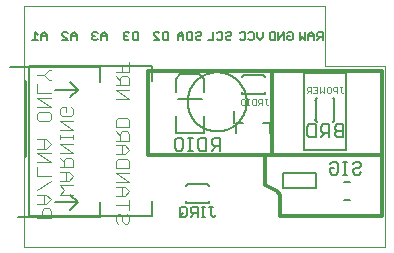
<source format=gbo>
G75*
%MOIN*%
%OFA0B0*%
%FSLAX25Y25*%
%IPPOS*%
%LPD*%
%AMOC8*
5,1,8,0,0,1.08239X$1,22.5*
%
%ADD10C,0.00000*%
%ADD11C,0.00500*%
%ADD12C,0.01200*%
%ADD13C,0.00800*%
%ADD14C,0.00400*%
%ADD15C,0.00600*%
%ADD16C,0.01000*%
D10*
X0030829Y0002606D02*
X0151329Y0002606D01*
X0151329Y0062811D01*
X0131250Y0062850D01*
X0131211Y0062889D01*
X0131211Y0072811D01*
X0131250Y0082850D01*
X0030829Y0082850D01*
X0030829Y0002606D01*
D11*
X0028829Y0012507D02*
X0056329Y0012507D01*
X0056329Y0017507D01*
X0048829Y0017507D02*
X0046329Y0015007D01*
X0048829Y0017507D02*
X0046329Y0020007D01*
X0048829Y0017507D02*
X0041329Y0017507D01*
X0032500Y0012850D02*
X0032500Y0062850D01*
X0073750Y0062850D01*
X0073750Y0057850D01*
X0082250Y0051850D02*
X0090250Y0051850D01*
X0103506Y0054156D02*
X0103519Y0054104D01*
X0103535Y0054053D01*
X0103555Y0054003D01*
X0103579Y0053955D01*
X0103606Y0053909D01*
X0103636Y0053865D01*
X0103669Y0053823D01*
X0103705Y0053783D01*
X0103744Y0053746D01*
X0103785Y0053712D01*
X0103829Y0053682D01*
X0103875Y0053654D01*
X0103923Y0053629D01*
X0103972Y0053609D01*
X0104023Y0053591D01*
X0104074Y0053578D01*
X0104127Y0053568D01*
X0104180Y0053561D01*
X0104234Y0053559D01*
X0104287Y0053560D01*
X0104340Y0053566D01*
X0104393Y0053575D01*
X0110693Y0053575D01*
X0110740Y0053573D01*
X0110788Y0053574D01*
X0110835Y0053579D01*
X0110882Y0053588D01*
X0110928Y0053600D01*
X0110973Y0053615D01*
X0111017Y0053634D01*
X0111059Y0053655D01*
X0111100Y0053680D01*
X0111138Y0053708D01*
X0111174Y0053739D01*
X0111208Y0053772D01*
X0111240Y0053808D01*
X0111268Y0053846D01*
X0111294Y0053886D01*
X0111317Y0053928D01*
X0111336Y0053971D01*
X0111352Y0054016D01*
X0111365Y0054062D01*
X0111374Y0054109D01*
X0111380Y0054156D01*
X0111380Y0059268D02*
X0111371Y0059319D01*
X0111357Y0059369D01*
X0111340Y0059418D01*
X0111319Y0059465D01*
X0111295Y0059511D01*
X0111268Y0059555D01*
X0111237Y0059596D01*
X0111203Y0059636D01*
X0111167Y0059672D01*
X0111127Y0059706D01*
X0111086Y0059737D01*
X0111042Y0059764D01*
X0110996Y0059788D01*
X0110949Y0059809D01*
X0110900Y0059826D01*
X0110850Y0059840D01*
X0110799Y0059849D01*
X0110748Y0059855D01*
X0110696Y0059857D01*
X0110644Y0059855D01*
X0110593Y0059849D01*
X0104293Y0059849D01*
X0104242Y0059855D01*
X0104190Y0059857D01*
X0104138Y0059855D01*
X0104087Y0059849D01*
X0104036Y0059840D01*
X0103986Y0059826D01*
X0103937Y0059809D01*
X0103890Y0059788D01*
X0103844Y0059764D01*
X0103800Y0059737D01*
X0103759Y0059706D01*
X0103719Y0059672D01*
X0103683Y0059636D01*
X0103649Y0059596D01*
X0103618Y0059555D01*
X0103591Y0059511D01*
X0103567Y0059465D01*
X0103546Y0059418D01*
X0103529Y0059369D01*
X0103515Y0059319D01*
X0103506Y0059268D01*
X0103256Y0071600D02*
X0102805Y0072050D01*
X0103256Y0071600D02*
X0104157Y0071600D01*
X0104607Y0072050D01*
X0104607Y0073852D01*
X0104157Y0074302D01*
X0103256Y0074302D01*
X0102805Y0073852D01*
X0100000Y0073852D02*
X0100000Y0073402D01*
X0099550Y0072951D01*
X0098649Y0072951D01*
X0098198Y0072501D01*
X0098198Y0072050D01*
X0098649Y0071600D01*
X0099550Y0071600D01*
X0100000Y0072050D01*
X0097053Y0072050D02*
X0096603Y0071600D01*
X0095702Y0071600D01*
X0095252Y0072050D01*
X0094107Y0071600D02*
X0092305Y0071600D01*
X0094107Y0071600D02*
X0094107Y0074302D01*
X0095252Y0073852D02*
X0095702Y0074302D01*
X0096603Y0074302D01*
X0097053Y0073852D01*
X0097053Y0072050D01*
X0098198Y0073852D02*
X0098649Y0074302D01*
X0099550Y0074302D01*
X0100000Y0073852D01*
X0105752Y0073852D02*
X0106202Y0074302D01*
X0107103Y0074302D01*
X0107553Y0073852D01*
X0107553Y0072050D01*
X0107103Y0071600D01*
X0106202Y0071600D01*
X0105752Y0072050D01*
X0108698Y0072501D02*
X0108698Y0074302D01*
X0108698Y0072501D02*
X0109599Y0071600D01*
X0110500Y0072501D01*
X0110500Y0074302D01*
X0112805Y0073852D02*
X0113256Y0074302D01*
X0114607Y0074302D01*
X0114607Y0071600D01*
X0113256Y0071600D01*
X0112805Y0072050D01*
X0112805Y0073852D01*
X0115752Y0074302D02*
X0115752Y0071600D01*
X0117553Y0074302D01*
X0117553Y0071600D01*
X0118698Y0072050D02*
X0118698Y0072951D01*
X0119599Y0072951D01*
X0118698Y0072050D02*
X0119149Y0071600D01*
X0120050Y0071600D01*
X0120500Y0072050D01*
X0120500Y0073852D01*
X0120050Y0074302D01*
X0119149Y0074302D01*
X0118698Y0073852D01*
X0122805Y0074302D02*
X0122805Y0071600D01*
X0123706Y0072501D01*
X0124607Y0071600D01*
X0124607Y0074302D01*
X0125752Y0073402D02*
X0125752Y0071600D01*
X0125752Y0072951D02*
X0127553Y0072951D01*
X0127553Y0073402D02*
X0126653Y0074302D01*
X0125752Y0073402D01*
X0127553Y0073402D02*
X0127553Y0071600D01*
X0128698Y0071600D02*
X0129599Y0072501D01*
X0129149Y0072501D02*
X0130500Y0072501D01*
X0130500Y0071600D02*
X0130500Y0074302D01*
X0129149Y0074302D01*
X0128698Y0073852D01*
X0128698Y0072951D01*
X0129149Y0072501D01*
X0128694Y0052287D02*
X0128643Y0052278D01*
X0128593Y0052264D01*
X0128544Y0052247D01*
X0128497Y0052226D01*
X0128451Y0052202D01*
X0128407Y0052175D01*
X0128366Y0052144D01*
X0128326Y0052110D01*
X0128290Y0052074D01*
X0128256Y0052034D01*
X0128225Y0051993D01*
X0128198Y0051949D01*
X0128174Y0051903D01*
X0128153Y0051856D01*
X0128136Y0051807D01*
X0128122Y0051757D01*
X0128113Y0051706D01*
X0128107Y0051655D01*
X0128105Y0051603D01*
X0128107Y0051551D01*
X0128113Y0051500D01*
X0128113Y0045200D01*
X0128107Y0045149D01*
X0128105Y0045097D01*
X0128107Y0045045D01*
X0128113Y0044994D01*
X0128122Y0044943D01*
X0128136Y0044893D01*
X0128153Y0044844D01*
X0128174Y0044797D01*
X0128198Y0044751D01*
X0128225Y0044707D01*
X0128256Y0044666D01*
X0128290Y0044626D01*
X0128326Y0044590D01*
X0128366Y0044556D01*
X0128407Y0044525D01*
X0128451Y0044498D01*
X0128497Y0044474D01*
X0128544Y0044453D01*
X0128593Y0044436D01*
X0128643Y0044422D01*
X0128694Y0044413D01*
X0133806Y0044413D02*
X0133858Y0044426D01*
X0133909Y0044442D01*
X0133959Y0044462D01*
X0134007Y0044486D01*
X0134053Y0044513D01*
X0134097Y0044543D01*
X0134139Y0044576D01*
X0134179Y0044612D01*
X0134216Y0044651D01*
X0134250Y0044692D01*
X0134280Y0044736D01*
X0134308Y0044782D01*
X0134333Y0044830D01*
X0134353Y0044879D01*
X0134371Y0044930D01*
X0134384Y0044981D01*
X0134394Y0045034D01*
X0134401Y0045087D01*
X0134403Y0045141D01*
X0134402Y0045194D01*
X0134396Y0045247D01*
X0134387Y0045300D01*
X0134387Y0051600D01*
X0134389Y0051647D01*
X0134388Y0051695D01*
X0134383Y0051742D01*
X0134374Y0051789D01*
X0134362Y0051835D01*
X0134347Y0051880D01*
X0134328Y0051924D01*
X0134307Y0051966D01*
X0134282Y0052007D01*
X0134254Y0052045D01*
X0134223Y0052081D01*
X0134190Y0052115D01*
X0134154Y0052147D01*
X0134116Y0052175D01*
X0134076Y0052201D01*
X0134034Y0052224D01*
X0133991Y0052243D01*
X0133946Y0052259D01*
X0133900Y0052272D01*
X0133853Y0052281D01*
X0133806Y0052287D01*
X0137750Y0024350D02*
X0139750Y0024350D01*
X0139750Y0018350D02*
X0137750Y0018350D01*
X0092687Y0017794D02*
X0092678Y0017743D01*
X0092664Y0017693D01*
X0092647Y0017644D01*
X0092626Y0017597D01*
X0092602Y0017551D01*
X0092575Y0017507D01*
X0092544Y0017466D01*
X0092510Y0017426D01*
X0092474Y0017390D01*
X0092434Y0017356D01*
X0092393Y0017325D01*
X0092349Y0017298D01*
X0092303Y0017274D01*
X0092256Y0017253D01*
X0092207Y0017236D01*
X0092157Y0017222D01*
X0092106Y0017213D01*
X0092055Y0017207D01*
X0092003Y0017205D01*
X0091951Y0017207D01*
X0091900Y0017213D01*
X0085600Y0017213D01*
X0085549Y0017207D01*
X0085497Y0017205D01*
X0085445Y0017207D01*
X0085394Y0017213D01*
X0085343Y0017222D01*
X0085293Y0017236D01*
X0085244Y0017253D01*
X0085197Y0017274D01*
X0085151Y0017298D01*
X0085107Y0017325D01*
X0085066Y0017356D01*
X0085026Y0017390D01*
X0084990Y0017426D01*
X0084956Y0017466D01*
X0084925Y0017507D01*
X0084898Y0017551D01*
X0084874Y0017597D01*
X0084853Y0017644D01*
X0084836Y0017693D01*
X0084822Y0017743D01*
X0084813Y0017794D01*
X0084813Y0022906D02*
X0084819Y0022953D01*
X0084828Y0023000D01*
X0084841Y0023046D01*
X0084857Y0023091D01*
X0084876Y0023134D01*
X0084899Y0023176D01*
X0084925Y0023216D01*
X0084953Y0023254D01*
X0084985Y0023290D01*
X0085019Y0023323D01*
X0085055Y0023354D01*
X0085093Y0023382D01*
X0085134Y0023407D01*
X0085176Y0023428D01*
X0085220Y0023447D01*
X0085265Y0023462D01*
X0085311Y0023474D01*
X0085358Y0023483D01*
X0085405Y0023488D01*
X0085453Y0023489D01*
X0085500Y0023487D01*
X0091800Y0023487D01*
X0091853Y0023496D01*
X0091906Y0023502D01*
X0091959Y0023503D01*
X0092013Y0023501D01*
X0092066Y0023494D01*
X0092119Y0023484D01*
X0092170Y0023471D01*
X0092221Y0023453D01*
X0092270Y0023433D01*
X0092318Y0023408D01*
X0092364Y0023380D01*
X0092408Y0023350D01*
X0092449Y0023316D01*
X0092488Y0023279D01*
X0092524Y0023239D01*
X0092557Y0023197D01*
X0092587Y0023153D01*
X0092614Y0023107D01*
X0092638Y0023059D01*
X0092658Y0023009D01*
X0092674Y0022958D01*
X0092687Y0022906D01*
X0073750Y0017850D02*
X0073750Y0012850D01*
X0032500Y0012850D01*
X0046329Y0052507D02*
X0048829Y0055007D01*
X0046329Y0057507D01*
X0048829Y0055007D02*
X0041329Y0055007D01*
X0056329Y0057507D02*
X0056329Y0062507D01*
X0026329Y0062507D01*
X0033752Y0071600D02*
X0035553Y0071600D01*
X0034653Y0071600D02*
X0034653Y0074302D01*
X0035553Y0073402D01*
X0036698Y0073402D02*
X0036698Y0071600D01*
X0036698Y0072951D02*
X0038500Y0072951D01*
X0038500Y0073402D02*
X0037599Y0074302D01*
X0036698Y0073402D01*
X0038500Y0073402D02*
X0038500Y0071600D01*
X0043752Y0071600D02*
X0045553Y0071600D01*
X0043752Y0073402D01*
X0043752Y0073852D01*
X0044202Y0074302D01*
X0045103Y0074302D01*
X0045553Y0073852D01*
X0046698Y0073402D02*
X0046698Y0071600D01*
X0046698Y0072951D02*
X0048500Y0072951D01*
X0048500Y0073402D02*
X0047599Y0074302D01*
X0046698Y0073402D01*
X0048500Y0073402D02*
X0048500Y0071600D01*
X0053752Y0072050D02*
X0054202Y0071600D01*
X0055103Y0071600D01*
X0055553Y0072050D01*
X0056698Y0071600D02*
X0056698Y0073402D01*
X0057599Y0074302D01*
X0058500Y0073402D01*
X0058500Y0071600D01*
X0058500Y0072951D02*
X0056698Y0072951D01*
X0055553Y0073852D02*
X0055103Y0074302D01*
X0054202Y0074302D01*
X0053752Y0073852D01*
X0053752Y0073402D01*
X0054202Y0072951D01*
X0053752Y0072501D01*
X0053752Y0072050D01*
X0054202Y0072951D02*
X0054653Y0072951D01*
X0064252Y0072501D02*
X0064252Y0072050D01*
X0064702Y0071600D01*
X0065603Y0071600D01*
X0066053Y0072050D01*
X0067198Y0072050D02*
X0067198Y0073852D01*
X0067649Y0074302D01*
X0069000Y0074302D01*
X0069000Y0071600D01*
X0067649Y0071600D01*
X0067198Y0072050D01*
X0065153Y0072951D02*
X0064702Y0072951D01*
X0064252Y0072501D01*
X0064702Y0072951D02*
X0064252Y0073402D01*
X0064252Y0073852D01*
X0064702Y0074302D01*
X0065603Y0074302D01*
X0066053Y0073852D01*
X0074252Y0073852D02*
X0074252Y0073402D01*
X0076053Y0071600D01*
X0074252Y0071600D01*
X0074252Y0073852D02*
X0074702Y0074302D01*
X0075603Y0074302D01*
X0076053Y0073852D01*
X0077198Y0073852D02*
X0077649Y0074302D01*
X0079000Y0074302D01*
X0079000Y0071600D01*
X0077649Y0071600D01*
X0077198Y0072050D01*
X0077198Y0073852D01*
X0082305Y0073402D02*
X0082305Y0071600D01*
X0082305Y0072951D02*
X0084107Y0072951D01*
X0084107Y0073402D02*
X0083206Y0074302D01*
X0082305Y0073402D01*
X0084107Y0073402D02*
X0084107Y0071600D01*
X0085252Y0072050D02*
X0085252Y0073852D01*
X0085702Y0074302D01*
X0087053Y0074302D01*
X0087053Y0071600D01*
X0085702Y0071600D01*
X0085252Y0072050D01*
X0088198Y0072050D02*
X0088649Y0071600D01*
X0089550Y0071600D01*
X0090000Y0072050D01*
X0089550Y0072951D02*
X0088649Y0072951D01*
X0088198Y0072501D01*
X0088198Y0072050D01*
X0089550Y0072951D02*
X0090000Y0073402D01*
X0090000Y0073852D01*
X0089550Y0074302D01*
X0088649Y0074302D01*
X0088198Y0073852D01*
D12*
X0072250Y0061350D02*
X0113750Y0061350D01*
X0150250Y0061350D01*
X0150250Y0033350D01*
X0150250Y0012850D01*
X0116250Y0012850D01*
X0116250Y0019850D01*
X0115250Y0021350D01*
X0111250Y0023350D01*
X0111250Y0032850D01*
X0113750Y0033350D02*
X0150250Y0033350D01*
X0113750Y0033350D02*
X0113750Y0061350D01*
X0113750Y0033350D02*
X0072250Y0033350D01*
X0072250Y0061350D01*
D13*
X0081526Y0058618D02*
X0083100Y0060193D01*
X0089400Y0060193D01*
X0090974Y0058618D01*
X0090974Y0054287D01*
X0085486Y0051007D02*
X0085489Y0051249D01*
X0085498Y0051490D01*
X0085513Y0051731D01*
X0085533Y0051972D01*
X0085560Y0052212D01*
X0085593Y0052451D01*
X0085631Y0052690D01*
X0085675Y0052927D01*
X0085725Y0053164D01*
X0085781Y0053399D01*
X0085843Y0053632D01*
X0085910Y0053864D01*
X0085983Y0054095D01*
X0086061Y0054323D01*
X0086146Y0054549D01*
X0086235Y0054774D01*
X0086330Y0054996D01*
X0086431Y0055215D01*
X0086537Y0055433D01*
X0086648Y0055647D01*
X0086765Y0055859D01*
X0086886Y0056067D01*
X0087013Y0056273D01*
X0087145Y0056475D01*
X0087282Y0056675D01*
X0087423Y0056870D01*
X0087569Y0057063D01*
X0087720Y0057251D01*
X0087876Y0057436D01*
X0088036Y0057617D01*
X0088200Y0057794D01*
X0088369Y0057967D01*
X0088542Y0058136D01*
X0088719Y0058300D01*
X0088900Y0058460D01*
X0089085Y0058616D01*
X0089273Y0058767D01*
X0089466Y0058913D01*
X0089661Y0059054D01*
X0089861Y0059191D01*
X0090063Y0059323D01*
X0090269Y0059450D01*
X0090477Y0059571D01*
X0090689Y0059688D01*
X0090903Y0059799D01*
X0091121Y0059905D01*
X0091340Y0060006D01*
X0091562Y0060101D01*
X0091787Y0060190D01*
X0092013Y0060275D01*
X0092241Y0060353D01*
X0092472Y0060426D01*
X0092704Y0060493D01*
X0092937Y0060555D01*
X0093172Y0060611D01*
X0093409Y0060661D01*
X0093646Y0060705D01*
X0093885Y0060743D01*
X0094124Y0060776D01*
X0094364Y0060803D01*
X0094605Y0060823D01*
X0094846Y0060838D01*
X0095087Y0060847D01*
X0095329Y0060850D01*
X0095571Y0060847D01*
X0095812Y0060838D01*
X0096053Y0060823D01*
X0096294Y0060803D01*
X0096534Y0060776D01*
X0096773Y0060743D01*
X0097012Y0060705D01*
X0097249Y0060661D01*
X0097486Y0060611D01*
X0097721Y0060555D01*
X0097954Y0060493D01*
X0098186Y0060426D01*
X0098417Y0060353D01*
X0098645Y0060275D01*
X0098871Y0060190D01*
X0099096Y0060101D01*
X0099318Y0060006D01*
X0099537Y0059905D01*
X0099755Y0059799D01*
X0099969Y0059688D01*
X0100181Y0059571D01*
X0100389Y0059450D01*
X0100595Y0059323D01*
X0100797Y0059191D01*
X0100997Y0059054D01*
X0101192Y0058913D01*
X0101385Y0058767D01*
X0101573Y0058616D01*
X0101758Y0058460D01*
X0101939Y0058300D01*
X0102116Y0058136D01*
X0102289Y0057967D01*
X0102458Y0057794D01*
X0102622Y0057617D01*
X0102782Y0057436D01*
X0102938Y0057251D01*
X0103089Y0057063D01*
X0103235Y0056870D01*
X0103376Y0056675D01*
X0103513Y0056475D01*
X0103645Y0056273D01*
X0103772Y0056067D01*
X0103893Y0055859D01*
X0104010Y0055647D01*
X0104121Y0055433D01*
X0104227Y0055215D01*
X0104328Y0054996D01*
X0104423Y0054774D01*
X0104512Y0054549D01*
X0104597Y0054323D01*
X0104675Y0054095D01*
X0104748Y0053864D01*
X0104815Y0053632D01*
X0104877Y0053399D01*
X0104933Y0053164D01*
X0104983Y0052927D01*
X0105027Y0052690D01*
X0105065Y0052451D01*
X0105098Y0052212D01*
X0105125Y0051972D01*
X0105145Y0051731D01*
X0105160Y0051490D01*
X0105169Y0051249D01*
X0105172Y0051007D01*
X0105169Y0050765D01*
X0105160Y0050524D01*
X0105145Y0050283D01*
X0105125Y0050042D01*
X0105098Y0049802D01*
X0105065Y0049563D01*
X0105027Y0049324D01*
X0104983Y0049087D01*
X0104933Y0048850D01*
X0104877Y0048615D01*
X0104815Y0048382D01*
X0104748Y0048150D01*
X0104675Y0047919D01*
X0104597Y0047691D01*
X0104512Y0047465D01*
X0104423Y0047240D01*
X0104328Y0047018D01*
X0104227Y0046799D01*
X0104121Y0046581D01*
X0104010Y0046367D01*
X0103893Y0046155D01*
X0103772Y0045947D01*
X0103645Y0045741D01*
X0103513Y0045539D01*
X0103376Y0045339D01*
X0103235Y0045144D01*
X0103089Y0044951D01*
X0102938Y0044763D01*
X0102782Y0044578D01*
X0102622Y0044397D01*
X0102458Y0044220D01*
X0102289Y0044047D01*
X0102116Y0043878D01*
X0101939Y0043714D01*
X0101758Y0043554D01*
X0101573Y0043398D01*
X0101385Y0043247D01*
X0101192Y0043101D01*
X0100997Y0042960D01*
X0100797Y0042823D01*
X0100595Y0042691D01*
X0100389Y0042564D01*
X0100181Y0042443D01*
X0099969Y0042326D01*
X0099755Y0042215D01*
X0099537Y0042109D01*
X0099318Y0042008D01*
X0099096Y0041913D01*
X0098871Y0041824D01*
X0098645Y0041739D01*
X0098417Y0041661D01*
X0098186Y0041588D01*
X0097954Y0041521D01*
X0097721Y0041459D01*
X0097486Y0041403D01*
X0097249Y0041353D01*
X0097012Y0041309D01*
X0096773Y0041271D01*
X0096534Y0041238D01*
X0096294Y0041211D01*
X0096053Y0041191D01*
X0095812Y0041176D01*
X0095571Y0041167D01*
X0095329Y0041164D01*
X0095087Y0041167D01*
X0094846Y0041176D01*
X0094605Y0041191D01*
X0094364Y0041211D01*
X0094124Y0041238D01*
X0093885Y0041271D01*
X0093646Y0041309D01*
X0093409Y0041353D01*
X0093172Y0041403D01*
X0092937Y0041459D01*
X0092704Y0041521D01*
X0092472Y0041588D01*
X0092241Y0041661D01*
X0092013Y0041739D01*
X0091787Y0041824D01*
X0091562Y0041913D01*
X0091340Y0042008D01*
X0091121Y0042109D01*
X0090903Y0042215D01*
X0090689Y0042326D01*
X0090477Y0042443D01*
X0090269Y0042564D01*
X0090063Y0042691D01*
X0089861Y0042823D01*
X0089661Y0042960D01*
X0089466Y0043101D01*
X0089273Y0043247D01*
X0089085Y0043398D01*
X0088900Y0043554D01*
X0088719Y0043714D01*
X0088542Y0043878D01*
X0088369Y0044047D01*
X0088200Y0044220D01*
X0088036Y0044397D01*
X0087876Y0044578D01*
X0087720Y0044763D01*
X0087569Y0044951D01*
X0087423Y0045144D01*
X0087282Y0045339D01*
X0087145Y0045539D01*
X0087013Y0045741D01*
X0086886Y0045947D01*
X0086765Y0046155D01*
X0086648Y0046367D01*
X0086537Y0046581D01*
X0086431Y0046799D01*
X0086330Y0047018D01*
X0086235Y0047240D01*
X0086146Y0047465D01*
X0086061Y0047691D01*
X0085983Y0047919D01*
X0085910Y0048150D01*
X0085843Y0048382D01*
X0085781Y0048615D01*
X0085725Y0048850D01*
X0085675Y0049087D01*
X0085631Y0049324D01*
X0085593Y0049563D01*
X0085560Y0049802D01*
X0085533Y0050042D01*
X0085513Y0050283D01*
X0085498Y0050524D01*
X0085489Y0050765D01*
X0085486Y0051007D01*
X0081526Y0054287D02*
X0081526Y0058618D01*
X0081526Y0046413D02*
X0081526Y0040507D01*
X0090974Y0040507D01*
X0090974Y0046413D01*
X0091746Y0038954D02*
X0089644Y0038954D01*
X0088944Y0038253D01*
X0088944Y0035451D01*
X0089644Y0034750D01*
X0091746Y0034750D01*
X0091746Y0038954D01*
X0093548Y0038253D02*
X0093548Y0036852D01*
X0094248Y0036151D01*
X0096350Y0036151D01*
X0096350Y0034750D02*
X0096350Y0038954D01*
X0094248Y0038954D01*
X0093548Y0038253D01*
X0094949Y0036151D02*
X0093548Y0034750D01*
X0087142Y0034750D02*
X0085741Y0034750D01*
X0086442Y0034750D02*
X0086442Y0038954D01*
X0087142Y0038954D02*
X0085741Y0038954D01*
X0084073Y0038253D02*
X0084073Y0035451D01*
X0083372Y0034750D01*
X0081971Y0034750D01*
X0081270Y0035451D01*
X0081270Y0038253D01*
X0081971Y0038954D01*
X0083372Y0038954D01*
X0084073Y0038253D01*
X0100829Y0044007D02*
X0100829Y0048007D01*
X0124250Y0060750D02*
X0124250Y0034950D01*
X0138250Y0034950D01*
X0138250Y0060750D01*
X0124250Y0060750D01*
X0126040Y0043454D02*
X0128142Y0043454D01*
X0128142Y0039250D01*
X0126040Y0039250D01*
X0125340Y0039951D01*
X0125340Y0042753D01*
X0126040Y0043454D01*
X0129944Y0042753D02*
X0129944Y0041352D01*
X0130644Y0040651D01*
X0132746Y0040651D01*
X0132746Y0039250D02*
X0132746Y0043454D01*
X0130644Y0043454D01*
X0129944Y0042753D01*
X0131345Y0040651D02*
X0129944Y0039250D01*
X0134548Y0039951D02*
X0135248Y0039250D01*
X0137350Y0039250D01*
X0137350Y0043454D01*
X0135248Y0043454D01*
X0134548Y0042753D01*
X0134548Y0042052D01*
X0135248Y0041352D01*
X0137350Y0041352D01*
X0135248Y0041352D02*
X0134548Y0040651D01*
X0134548Y0039951D01*
X0134976Y0030954D02*
X0133575Y0030954D01*
X0132874Y0030253D01*
X0132874Y0028852D02*
X0134276Y0028852D01*
X0132874Y0028852D02*
X0132874Y0027451D01*
X0133575Y0026750D01*
X0134976Y0026750D01*
X0135677Y0027451D01*
X0135677Y0030253D01*
X0134976Y0030954D01*
X0137345Y0030954D02*
X0138746Y0030954D01*
X0138045Y0030954D02*
X0138045Y0026750D01*
X0137345Y0026750D02*
X0138746Y0026750D01*
X0140548Y0027451D02*
X0140548Y0028151D01*
X0141248Y0028852D01*
X0142649Y0028852D01*
X0143350Y0029552D01*
X0143350Y0030253D01*
X0142649Y0030954D01*
X0141248Y0030954D01*
X0140548Y0030253D01*
X0140548Y0027451D02*
X0141248Y0026750D01*
X0142649Y0026750D01*
X0143350Y0027451D01*
X0128262Y0027163D02*
X0128262Y0022340D01*
X0117287Y0022340D01*
X0117287Y0027163D01*
X0128262Y0027163D01*
D14*
X0112216Y0050050D02*
X0111883Y0050050D01*
X0111549Y0050384D01*
X0111549Y0052052D01*
X0111216Y0052052D02*
X0111883Y0052052D01*
X0110340Y0052052D02*
X0109339Y0052052D01*
X0109006Y0051718D01*
X0109006Y0051051D01*
X0109339Y0050717D01*
X0110340Y0050717D01*
X0110340Y0050050D02*
X0110340Y0052052D01*
X0109673Y0050717D02*
X0109006Y0050050D01*
X0108130Y0050050D02*
X0107129Y0050050D01*
X0106796Y0050384D01*
X0106796Y0051718D01*
X0107129Y0052052D01*
X0108130Y0052052D01*
X0108130Y0050050D01*
X0105920Y0050050D02*
X0105253Y0050050D01*
X0105587Y0050050D02*
X0105587Y0052052D01*
X0105920Y0052052D02*
X0105253Y0052052D01*
X0104447Y0051718D02*
X0104447Y0050384D01*
X0104113Y0050050D01*
X0103446Y0050050D01*
X0103113Y0050384D01*
X0103113Y0051718D01*
X0103446Y0052052D01*
X0104113Y0052052D01*
X0104447Y0051718D01*
X0112216Y0050050D02*
X0112550Y0050384D01*
X0125166Y0054050D02*
X0125833Y0054717D01*
X0125500Y0054717D02*
X0126501Y0054717D01*
X0126501Y0054050D02*
X0126501Y0056052D01*
X0125500Y0056052D01*
X0125166Y0055718D01*
X0125166Y0055051D01*
X0125500Y0054717D01*
X0127376Y0054050D02*
X0128710Y0054050D01*
X0128710Y0056052D01*
X0127376Y0056052D01*
X0128043Y0055051D02*
X0128710Y0055051D01*
X0129586Y0054050D02*
X0129586Y0056052D01*
X0130920Y0056052D02*
X0130920Y0054050D01*
X0130253Y0054717D01*
X0129586Y0054050D01*
X0131796Y0054384D02*
X0131796Y0055718D01*
X0132129Y0056052D01*
X0132797Y0056052D01*
X0133130Y0055718D01*
X0133130Y0054384D01*
X0132797Y0054050D01*
X0132129Y0054050D01*
X0131796Y0054384D01*
X0134006Y0055051D02*
X0134006Y0055718D01*
X0134339Y0056052D01*
X0135340Y0056052D01*
X0135340Y0054050D01*
X0135340Y0054717D02*
X0134339Y0054717D01*
X0134006Y0055051D01*
X0136216Y0056052D02*
X0136883Y0056052D01*
X0136549Y0056052D02*
X0136549Y0054384D01*
X0136883Y0054050D01*
X0137216Y0054050D01*
X0137550Y0054384D01*
X0066054Y0054931D02*
X0061450Y0054931D01*
X0066054Y0051862D01*
X0061450Y0051862D01*
X0061450Y0056466D02*
X0066054Y0056466D01*
X0066054Y0058768D01*
X0065287Y0059535D01*
X0063752Y0059535D01*
X0062985Y0058768D01*
X0062985Y0056466D01*
X0062985Y0058000D02*
X0061450Y0059535D01*
X0061450Y0061070D02*
X0066054Y0061070D01*
X0066054Y0064139D01*
X0063752Y0062604D02*
X0063752Y0061070D01*
X0047383Y0048450D02*
X0047383Y0046915D01*
X0046615Y0046148D01*
X0043546Y0046148D01*
X0042779Y0046915D01*
X0042779Y0048450D01*
X0043546Y0049217D01*
X0045081Y0049217D01*
X0045081Y0047683D01*
X0046615Y0049217D02*
X0047383Y0048450D01*
X0047383Y0044613D02*
X0042779Y0044613D01*
X0047383Y0041544D01*
X0042779Y0041544D01*
X0042779Y0040009D02*
X0042779Y0038475D01*
X0042779Y0039242D02*
X0047383Y0039242D01*
X0047383Y0038475D02*
X0047383Y0040009D01*
X0047383Y0036940D02*
X0042779Y0036940D01*
X0047383Y0033871D01*
X0042779Y0033871D01*
X0042779Y0032336D02*
X0044313Y0030802D01*
X0044313Y0031569D02*
X0044313Y0029267D01*
X0042779Y0029267D02*
X0047383Y0029267D01*
X0047383Y0031569D01*
X0046615Y0032336D01*
X0045081Y0032336D01*
X0044313Y0031569D01*
X0045081Y0027732D02*
X0045081Y0024663D01*
X0045848Y0024663D02*
X0047383Y0026198D01*
X0045848Y0027732D01*
X0042779Y0027732D01*
X0042779Y0024663D02*
X0045848Y0024663D01*
X0047383Y0023128D02*
X0042779Y0023128D01*
X0044313Y0021594D01*
X0042779Y0020059D01*
X0047383Y0020059D01*
X0039883Y0018524D02*
X0038348Y0020059D01*
X0035279Y0020059D01*
X0035279Y0021594D02*
X0039883Y0024663D01*
X0039883Y0026198D02*
X0035279Y0026198D01*
X0035279Y0029267D01*
X0035279Y0030802D02*
X0039883Y0030802D01*
X0035279Y0033871D01*
X0039883Y0033871D01*
X0038348Y0035405D02*
X0039883Y0036940D01*
X0038348Y0038475D01*
X0035279Y0038475D01*
X0037581Y0038475D02*
X0037581Y0035405D01*
X0038348Y0035405D02*
X0035279Y0035405D01*
X0036046Y0044613D02*
X0035279Y0045381D01*
X0035279Y0046915D01*
X0036046Y0047683D01*
X0039115Y0047683D01*
X0039883Y0046915D01*
X0039883Y0045381D01*
X0039115Y0044613D01*
X0036046Y0044613D01*
X0035279Y0049217D02*
X0039883Y0049217D01*
X0035279Y0052287D01*
X0039883Y0052287D01*
X0039883Y0053821D02*
X0035279Y0053821D01*
X0035279Y0056890D01*
X0037581Y0059960D02*
X0039115Y0058425D01*
X0039883Y0058425D01*
X0037581Y0059960D02*
X0035279Y0059960D01*
X0037581Y0059960D02*
X0039115Y0061494D01*
X0039883Y0061494D01*
X0061450Y0044956D02*
X0062217Y0045723D01*
X0065287Y0045723D01*
X0066054Y0044956D01*
X0066054Y0042654D01*
X0061450Y0042654D01*
X0061450Y0044956D01*
X0061450Y0041119D02*
X0062985Y0039585D01*
X0062985Y0040352D02*
X0062985Y0038050D01*
X0061450Y0038050D02*
X0066054Y0038050D01*
X0066054Y0040352D01*
X0065287Y0041119D01*
X0063752Y0041119D01*
X0062985Y0040352D01*
X0063752Y0036515D02*
X0063752Y0033446D01*
X0064519Y0033446D02*
X0061450Y0033446D01*
X0062217Y0031911D02*
X0065287Y0031911D01*
X0066054Y0031144D01*
X0066054Y0028842D01*
X0061450Y0028842D01*
X0061450Y0031144D01*
X0062217Y0031911D01*
X0064519Y0033446D02*
X0066054Y0034981D01*
X0064519Y0036515D01*
X0061450Y0036515D01*
X0061450Y0027307D02*
X0066054Y0027307D01*
X0066054Y0024238D02*
X0061450Y0027307D01*
X0061450Y0024238D02*
X0066054Y0024238D01*
X0064519Y0022704D02*
X0061450Y0022704D01*
X0063752Y0022704D02*
X0063752Y0019634D01*
X0064519Y0019634D02*
X0061450Y0019634D01*
X0064519Y0019634D02*
X0066054Y0021169D01*
X0064519Y0022704D01*
X0066054Y0018100D02*
X0066054Y0015030D01*
X0066054Y0016565D02*
X0061450Y0016565D01*
X0062217Y0013496D02*
X0061450Y0012728D01*
X0061450Y0011194D01*
X0062217Y0010426D01*
X0063752Y0011194D02*
X0063752Y0012728D01*
X0062985Y0013496D01*
X0062217Y0013496D01*
X0063752Y0011194D02*
X0064519Y0010426D01*
X0065287Y0010426D01*
X0066054Y0011194D01*
X0066054Y0012728D01*
X0065287Y0013496D01*
X0039883Y0012386D02*
X0039883Y0014688D01*
X0039115Y0015455D01*
X0037581Y0015455D01*
X0036813Y0014688D01*
X0036813Y0012386D01*
X0035279Y0012386D02*
X0039883Y0012386D01*
X0038348Y0016990D02*
X0035279Y0016990D01*
X0037581Y0016990D02*
X0037581Y0020059D01*
X0039883Y0018524D02*
X0038348Y0016990D01*
D15*
X0082860Y0015486D02*
X0082860Y0013217D01*
X0083427Y0012650D01*
X0084561Y0012650D01*
X0085128Y0013217D01*
X0085128Y0015486D01*
X0084561Y0016053D01*
X0083427Y0016053D01*
X0082860Y0015486D01*
X0083994Y0013784D02*
X0082860Y0012650D01*
X0086543Y0012650D02*
X0087677Y0013784D01*
X0087110Y0013784D02*
X0088811Y0013784D01*
X0088811Y0012650D02*
X0088811Y0016053D01*
X0087110Y0016053D01*
X0086543Y0015486D01*
X0086543Y0014351D01*
X0087110Y0013784D01*
X0090133Y0012650D02*
X0091267Y0012650D01*
X0090700Y0012650D02*
X0090700Y0016053D01*
X0091267Y0016053D02*
X0090133Y0016053D01*
X0092681Y0016053D02*
X0093816Y0016053D01*
X0093249Y0016053D02*
X0093249Y0013217D01*
X0093816Y0012650D01*
X0094383Y0012650D01*
X0094950Y0013217D01*
X0101652Y0040752D02*
X0101652Y0043948D01*
X0103848Y0043948D01*
X0110652Y0043948D02*
X0112848Y0043948D01*
X0112848Y0040752D01*
D16*
X0031250Y0032850D02*
X0031250Y0057850D01*
M02*

</source>
